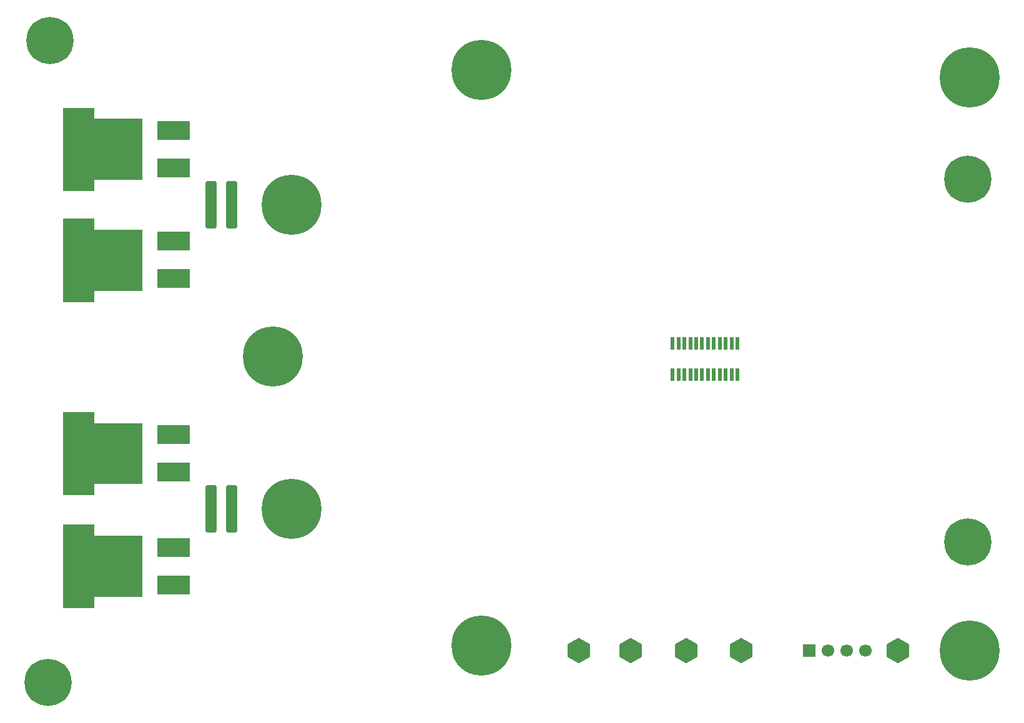
<source format=gbr>
%TF.GenerationSoftware,KiCad,Pcbnew,9.0.3*%
%TF.CreationDate,2025-10-13T23:01:42-05:00*%
%TF.ProjectId,SuppMonTester,53757070-4d6f-46e5-9465-737465722e6b,rev?*%
%TF.SameCoordinates,Original*%
%TF.FileFunction,Soldermask,Top*%
%TF.FilePolarity,Negative*%
%FSLAX46Y46*%
G04 Gerber Fmt 4.6, Leading zero omitted, Abs format (unit mm)*
G04 Created by KiCad (PCBNEW 9.0.3) date 2025-10-13 23:01:42*
%MOMM*%
%LPD*%
G01*
G04 APERTURE LIST*
G04 Aperture macros list*
%AMRoundRect*
0 Rectangle with rounded corners*
0 $1 Rounding radius*
0 $2 $3 $4 $5 $6 $7 $8 $9 X,Y pos of 4 corners*
0 Add a 4 corners polygon primitive as box body*
4,1,4,$2,$3,$4,$5,$6,$7,$8,$9,$2,$3,0*
0 Add four circle primitives for the rounded corners*
1,1,$1+$1,$2,$3*
1,1,$1+$1,$4,$5*
1,1,$1+$1,$6,$7*
1,1,$1+$1,$8,$9*
0 Add four rect primitives between the rounded corners*
20,1,$1+$1,$2,$3,$4,$5,0*
20,1,$1+$1,$4,$5,$6,$7,0*
20,1,$1+$1,$6,$7,$8,$9,0*
20,1,$1+$1,$8,$9,$2,$3,0*%
%AMFreePoly0*
4,1,7,1.500000,0.866025,1.500000,-0.866025,0.000000,-1.732051,-1.500000,-0.866025,-1.500000,0.866025,0.000000,1.732051,1.500000,0.866025,1.500000,0.866025,$1*%
G04 Aperture macros list end*
%ADD10C,0.010000*%
%ADD11C,6.400000*%
%ADD12C,8.115000*%
%ADD13R,1.700000X1.700000*%
%ADD14C,1.700000*%
%ADD15FreePoly0,0.000000*%
%ADD16RoundRect,0.250001X0.487499X2.974999X-0.487499X2.974999X-0.487499X-2.974999X0.487499X-2.974999X0*%
%ADD17RoundRect,0.102000X2.115000X1.200000X-2.115000X1.200000X-2.115000X-1.200000X2.115000X-1.200000X0*%
%ADD18R,0.550000X1.800000*%
G04 APERTURE END LIST*
D10*
%TO.C,R6*%
X35985000Y-92360000D02*
X42485000Y-92360000D01*
X42485000Y-100560000D01*
X35985000Y-100560000D01*
X35985000Y-102060000D01*
X31765000Y-102060000D01*
X31765000Y-90860000D01*
X35985000Y-90860000D01*
X35985000Y-92360000D01*
G36*
X35985000Y-92360000D02*
G01*
X42485000Y-92360000D01*
X42485000Y-100560000D01*
X35985000Y-100560000D01*
X35985000Y-102060000D01*
X31765000Y-102060000D01*
X31765000Y-90860000D01*
X35985000Y-90860000D01*
X35985000Y-92360000D01*
G37*
%TO.C,R5*%
X35985000Y-107650000D02*
X42485000Y-107650000D01*
X42485000Y-115850000D01*
X35985000Y-115850000D01*
X35985000Y-117350000D01*
X31765000Y-117350000D01*
X31765000Y-106150000D01*
X35985000Y-106150000D01*
X35985000Y-107650000D01*
G36*
X35985000Y-107650000D02*
G01*
X42485000Y-107650000D01*
X42485000Y-115850000D01*
X35985000Y-115850000D01*
X35985000Y-117350000D01*
X31765000Y-117350000D01*
X31765000Y-106150000D01*
X35985000Y-106150000D01*
X35985000Y-107650000D01*
G37*
%TO.C,R3*%
X35985000Y-66150000D02*
X42485000Y-66150000D01*
X42485000Y-74350000D01*
X35985000Y-74350000D01*
X35985000Y-75850000D01*
X31765000Y-75850000D01*
X31765000Y-64650000D01*
X35985000Y-64650000D01*
X35985000Y-66150000D01*
G36*
X35985000Y-66150000D02*
G01*
X42485000Y-66150000D01*
X42485000Y-74350000D01*
X35985000Y-74350000D01*
X35985000Y-75850000D01*
X31765000Y-75850000D01*
X31765000Y-64650000D01*
X35985000Y-64650000D01*
X35985000Y-66150000D01*
G37*
%TO.C,R4*%
X35985000Y-51110000D02*
X42485000Y-51110000D01*
X42485000Y-59310000D01*
X35985000Y-59310000D01*
X35985000Y-60810000D01*
X31765000Y-60810000D01*
X31765000Y-49610000D01*
X35985000Y-49610000D01*
X35985000Y-51110000D01*
G36*
X35985000Y-51110000D02*
G01*
X42485000Y-51110000D01*
X42485000Y-59310000D01*
X35985000Y-59310000D01*
X35985000Y-60810000D01*
X31765000Y-60810000D01*
X31765000Y-49610000D01*
X35985000Y-49610000D01*
X35985000Y-51110000D01*
G37*
%TD*%
D11*
%TO.C,H2*%
X154500000Y-59250000D03*
%TD*%
D12*
%TO.C,J6*%
X88500000Y-44500000D03*
%TD*%
D13*
%TO.C,J3*%
X132960000Y-123250000D03*
D14*
X135500000Y-123250000D03*
X138040000Y-123250000D03*
X140580000Y-123250000D03*
%TD*%
D11*
%TO.C,H4*%
X154500000Y-108500000D03*
%TD*%
%TO.C,H3*%
X29750000Y-127500000D03*
%TD*%
%TO.C,H1*%
X30000000Y-40500000D03*
%TD*%
D12*
%TO.C,J9*%
X154750000Y-45500000D03*
%TD*%
%TO.C,J8*%
X154750000Y-123250000D03*
%TD*%
D15*
%TO.C,TP5*%
X145000000Y-123250000D03*
%TD*%
D16*
%TO.C,R1*%
X54662500Y-62750000D03*
X51837500Y-62750000D03*
%TD*%
D17*
%TO.C,R6*%
X46750000Y-99000000D03*
X46750000Y-93920000D03*
%TD*%
%TO.C,R5*%
X46750000Y-114290000D03*
X46750000Y-109210000D03*
%TD*%
D15*
%TO.C,TP1*%
X101750000Y-123250000D03*
%TD*%
D16*
%TO.C,R2*%
X54662500Y-104000000D03*
X51837500Y-104000000D03*
%TD*%
D12*
%TO.C,J7*%
X88500000Y-122500000D03*
%TD*%
D17*
%TO.C,R3*%
X46750000Y-72790000D03*
X46750000Y-67710000D03*
%TD*%
D15*
%TO.C,TP4*%
X123750000Y-123250000D03*
%TD*%
D17*
%TO.C,R4*%
X46750000Y-57750000D03*
X46750000Y-52670000D03*
%TD*%
D15*
%TO.C,TP2*%
X108750000Y-123250000D03*
%TD*%
D12*
%TO.C,J5*%
X60250000Y-83375000D03*
%TD*%
D18*
%TO.C,J1*%
X123250000Y-81525000D03*
X123250000Y-85825000D03*
X122450000Y-81525000D03*
X122450000Y-85825000D03*
X121650000Y-81525000D03*
X121650000Y-85825000D03*
X120850000Y-81525000D03*
X120850000Y-85825000D03*
X120050000Y-81525000D03*
X120050000Y-85825000D03*
X119250000Y-81525000D03*
X119250000Y-85825000D03*
X118450000Y-81525000D03*
X118450000Y-85825000D03*
X117650000Y-81525000D03*
X117650000Y-85825000D03*
X116850000Y-81525000D03*
X116850000Y-85825000D03*
X116050000Y-81525000D03*
X116050000Y-85825000D03*
X115250000Y-81525000D03*
X115250000Y-85825000D03*
X114450000Y-81525000D03*
X114450000Y-85825000D03*
%TD*%
D12*
%TO.C,J4*%
X62750000Y-104000000D03*
%TD*%
D15*
%TO.C,TP3*%
X116250000Y-123250000D03*
%TD*%
D12*
%TO.C,J2*%
X62750000Y-62750000D03*
%TD*%
M02*

</source>
